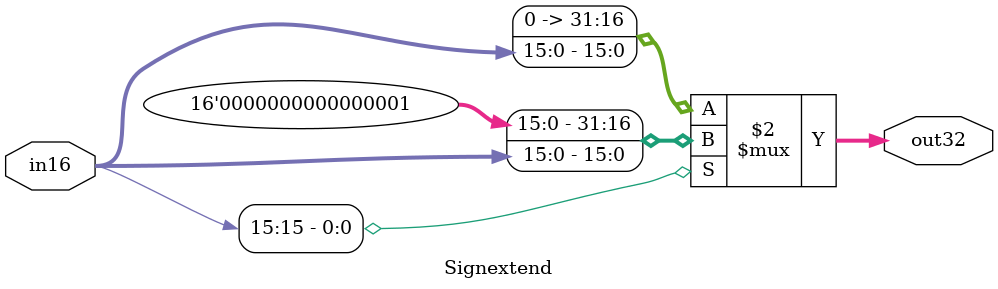
<source format=v>
`timescale 1ns / 1ps


module Signextend (in16, out32);
input [15:0] in16;
output [31:0] out32;
assign out32 = (in16[15] == 1'b1)?{16'b1, in16}:{16'b0, in16};
    
endmodule

</source>
